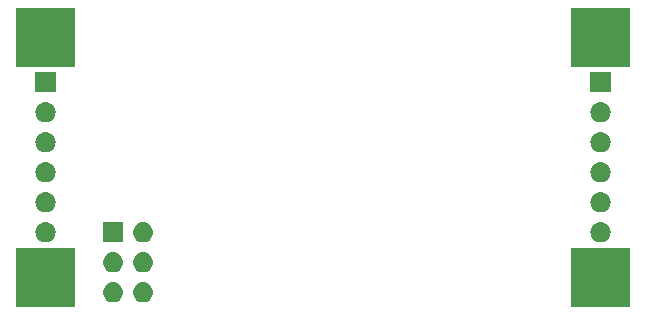
<source format=gbr>
G04 #@! TF.GenerationSoftware,KiCad,Pcbnew,(5.0.1)-3*
G04 #@! TF.CreationDate,2019-12-21T11:02:08-05:00*
G04 #@! TF.ProjectId,BMS Module,424D53204D6F64756C652E6B69636164,rev?*
G04 #@! TF.SameCoordinates,Original*
G04 #@! TF.FileFunction,Soldermask,Bot*
G04 #@! TF.FilePolarity,Negative*
%FSLAX46Y46*%
G04 Gerber Fmt 4.6, Leading zero omitted, Abs format (unit mm)*
G04 Created by KiCad (PCBNEW (5.0.1)-3) date 12/21/2019 11:02:08 AM*
%MOMM*%
%LPD*%
G01*
G04 APERTURE LIST*
%ADD10C,0.100000*%
G04 APERTURE END LIST*
D10*
G36*
X148550000Y-96480000D02*
X143550000Y-96480000D01*
X143550000Y-91480000D01*
X148550000Y-91480000D01*
X148550000Y-96480000D01*
X148550000Y-96480000D01*
G37*
G36*
X101560000Y-96480000D02*
X96560000Y-96480000D01*
X96560000Y-91480000D01*
X101560000Y-91480000D01*
X101560000Y-96480000D01*
X101560000Y-96480000D01*
G37*
G36*
X104941630Y-94412299D02*
X105101855Y-94460903D01*
X105249520Y-94539831D01*
X105378949Y-94646051D01*
X105485169Y-94775480D01*
X105564097Y-94923145D01*
X105612701Y-95083370D01*
X105629112Y-95250000D01*
X105612701Y-95416630D01*
X105564097Y-95576855D01*
X105485169Y-95724520D01*
X105378949Y-95853949D01*
X105249520Y-95960169D01*
X105101855Y-96039097D01*
X104941630Y-96087701D01*
X104816752Y-96100000D01*
X104733248Y-96100000D01*
X104608370Y-96087701D01*
X104448145Y-96039097D01*
X104300480Y-95960169D01*
X104171051Y-95853949D01*
X104064831Y-95724520D01*
X103985903Y-95576855D01*
X103937299Y-95416630D01*
X103920888Y-95250000D01*
X103937299Y-95083370D01*
X103985903Y-94923145D01*
X104064831Y-94775480D01*
X104171051Y-94646051D01*
X104300480Y-94539831D01*
X104448145Y-94460903D01*
X104608370Y-94412299D01*
X104733248Y-94400000D01*
X104816752Y-94400000D01*
X104941630Y-94412299D01*
X104941630Y-94412299D01*
G37*
G36*
X107481630Y-94412299D02*
X107641855Y-94460903D01*
X107789520Y-94539831D01*
X107918949Y-94646051D01*
X108025169Y-94775480D01*
X108104097Y-94923145D01*
X108152701Y-95083370D01*
X108169112Y-95250000D01*
X108152701Y-95416630D01*
X108104097Y-95576855D01*
X108025169Y-95724520D01*
X107918949Y-95853949D01*
X107789520Y-95960169D01*
X107641855Y-96039097D01*
X107481630Y-96087701D01*
X107356752Y-96100000D01*
X107273248Y-96100000D01*
X107148370Y-96087701D01*
X106988145Y-96039097D01*
X106840480Y-95960169D01*
X106711051Y-95853949D01*
X106604831Y-95724520D01*
X106525903Y-95576855D01*
X106477299Y-95416630D01*
X106460888Y-95250000D01*
X106477299Y-95083370D01*
X106525903Y-94923145D01*
X106604831Y-94775480D01*
X106711051Y-94646051D01*
X106840480Y-94539831D01*
X106988145Y-94460903D01*
X107148370Y-94412299D01*
X107273248Y-94400000D01*
X107356752Y-94400000D01*
X107481630Y-94412299D01*
X107481630Y-94412299D01*
G37*
G36*
X107481630Y-91872299D02*
X107641855Y-91920903D01*
X107789520Y-91999831D01*
X107918949Y-92106051D01*
X108025169Y-92235480D01*
X108104097Y-92383145D01*
X108152701Y-92543370D01*
X108169112Y-92710000D01*
X108152701Y-92876630D01*
X108104097Y-93036855D01*
X108025169Y-93184520D01*
X107918949Y-93313949D01*
X107789520Y-93420169D01*
X107641855Y-93499097D01*
X107481630Y-93547701D01*
X107356752Y-93560000D01*
X107273248Y-93560000D01*
X107148370Y-93547701D01*
X106988145Y-93499097D01*
X106840480Y-93420169D01*
X106711051Y-93313949D01*
X106604831Y-93184520D01*
X106525903Y-93036855D01*
X106477299Y-92876630D01*
X106460888Y-92710000D01*
X106477299Y-92543370D01*
X106525903Y-92383145D01*
X106604831Y-92235480D01*
X106711051Y-92106051D01*
X106840480Y-91999831D01*
X106988145Y-91920903D01*
X107148370Y-91872299D01*
X107273248Y-91860000D01*
X107356752Y-91860000D01*
X107481630Y-91872299D01*
X107481630Y-91872299D01*
G37*
G36*
X104941630Y-91872299D02*
X105101855Y-91920903D01*
X105249520Y-91999831D01*
X105378949Y-92106051D01*
X105485169Y-92235480D01*
X105564097Y-92383145D01*
X105612701Y-92543370D01*
X105629112Y-92710000D01*
X105612701Y-92876630D01*
X105564097Y-93036855D01*
X105485169Y-93184520D01*
X105378949Y-93313949D01*
X105249520Y-93420169D01*
X105101855Y-93499097D01*
X104941630Y-93547701D01*
X104816752Y-93560000D01*
X104733248Y-93560000D01*
X104608370Y-93547701D01*
X104448145Y-93499097D01*
X104300480Y-93420169D01*
X104171051Y-93313949D01*
X104064831Y-93184520D01*
X103985903Y-93036855D01*
X103937299Y-92876630D01*
X103920888Y-92710000D01*
X103937299Y-92543370D01*
X103985903Y-92383145D01*
X104064831Y-92235480D01*
X104171051Y-92106051D01*
X104300480Y-91999831D01*
X104448145Y-91920903D01*
X104608370Y-91872299D01*
X104733248Y-91860000D01*
X104816752Y-91860000D01*
X104941630Y-91872299D01*
X104941630Y-91872299D01*
G37*
G36*
X146216630Y-89332299D02*
X146376855Y-89380903D01*
X146524520Y-89459831D01*
X146653949Y-89566051D01*
X146760169Y-89695480D01*
X146839097Y-89843145D01*
X146887701Y-90003370D01*
X146904112Y-90170000D01*
X146887701Y-90336630D01*
X146839097Y-90496855D01*
X146760169Y-90644520D01*
X146653949Y-90773949D01*
X146524520Y-90880169D01*
X146376855Y-90959097D01*
X146216630Y-91007701D01*
X146091752Y-91020000D01*
X146008248Y-91020000D01*
X145883370Y-91007701D01*
X145723145Y-90959097D01*
X145575480Y-90880169D01*
X145446051Y-90773949D01*
X145339831Y-90644520D01*
X145260903Y-90496855D01*
X145212299Y-90336630D01*
X145195888Y-90170000D01*
X145212299Y-90003370D01*
X145260903Y-89843145D01*
X145339831Y-89695480D01*
X145446051Y-89566051D01*
X145575480Y-89459831D01*
X145723145Y-89380903D01*
X145883370Y-89332299D01*
X146008248Y-89320000D01*
X146091752Y-89320000D01*
X146216630Y-89332299D01*
X146216630Y-89332299D01*
G37*
G36*
X107481630Y-89332299D02*
X107641855Y-89380903D01*
X107789520Y-89459831D01*
X107918949Y-89566051D01*
X108025169Y-89695480D01*
X108104097Y-89843145D01*
X108152701Y-90003370D01*
X108169112Y-90170000D01*
X108152701Y-90336630D01*
X108104097Y-90496855D01*
X108025169Y-90644520D01*
X107918949Y-90773949D01*
X107789520Y-90880169D01*
X107641855Y-90959097D01*
X107481630Y-91007701D01*
X107356752Y-91020000D01*
X107273248Y-91020000D01*
X107148370Y-91007701D01*
X106988145Y-90959097D01*
X106840480Y-90880169D01*
X106711051Y-90773949D01*
X106604831Y-90644520D01*
X106525903Y-90496855D01*
X106477299Y-90336630D01*
X106460888Y-90170000D01*
X106477299Y-90003370D01*
X106525903Y-89843145D01*
X106604831Y-89695480D01*
X106711051Y-89566051D01*
X106840480Y-89459831D01*
X106988145Y-89380903D01*
X107148370Y-89332299D01*
X107273248Y-89320000D01*
X107356752Y-89320000D01*
X107481630Y-89332299D01*
X107481630Y-89332299D01*
G37*
G36*
X105625000Y-91020000D02*
X103925000Y-91020000D01*
X103925000Y-89320000D01*
X105625000Y-89320000D01*
X105625000Y-91020000D01*
X105625000Y-91020000D01*
G37*
G36*
X99226630Y-89332299D02*
X99386855Y-89380903D01*
X99534520Y-89459831D01*
X99663949Y-89566051D01*
X99770169Y-89695480D01*
X99849097Y-89843145D01*
X99897701Y-90003370D01*
X99914112Y-90170000D01*
X99897701Y-90336630D01*
X99849097Y-90496855D01*
X99770169Y-90644520D01*
X99663949Y-90773949D01*
X99534520Y-90880169D01*
X99386855Y-90959097D01*
X99226630Y-91007701D01*
X99101752Y-91020000D01*
X99018248Y-91020000D01*
X98893370Y-91007701D01*
X98733145Y-90959097D01*
X98585480Y-90880169D01*
X98456051Y-90773949D01*
X98349831Y-90644520D01*
X98270903Y-90496855D01*
X98222299Y-90336630D01*
X98205888Y-90170000D01*
X98222299Y-90003370D01*
X98270903Y-89843145D01*
X98349831Y-89695480D01*
X98456051Y-89566051D01*
X98585480Y-89459831D01*
X98733145Y-89380903D01*
X98893370Y-89332299D01*
X99018248Y-89320000D01*
X99101752Y-89320000D01*
X99226630Y-89332299D01*
X99226630Y-89332299D01*
G37*
G36*
X146216630Y-86792299D02*
X146376855Y-86840903D01*
X146524520Y-86919831D01*
X146653949Y-87026051D01*
X146760169Y-87155480D01*
X146839097Y-87303145D01*
X146887701Y-87463370D01*
X146904112Y-87630000D01*
X146887701Y-87796630D01*
X146839097Y-87956855D01*
X146760169Y-88104520D01*
X146653949Y-88233949D01*
X146524520Y-88340169D01*
X146376855Y-88419097D01*
X146216630Y-88467701D01*
X146091752Y-88480000D01*
X146008248Y-88480000D01*
X145883370Y-88467701D01*
X145723145Y-88419097D01*
X145575480Y-88340169D01*
X145446051Y-88233949D01*
X145339831Y-88104520D01*
X145260903Y-87956855D01*
X145212299Y-87796630D01*
X145195888Y-87630000D01*
X145212299Y-87463370D01*
X145260903Y-87303145D01*
X145339831Y-87155480D01*
X145446051Y-87026051D01*
X145575480Y-86919831D01*
X145723145Y-86840903D01*
X145883370Y-86792299D01*
X146008248Y-86780000D01*
X146091752Y-86780000D01*
X146216630Y-86792299D01*
X146216630Y-86792299D01*
G37*
G36*
X99226630Y-86792299D02*
X99386855Y-86840903D01*
X99534520Y-86919831D01*
X99663949Y-87026051D01*
X99770169Y-87155480D01*
X99849097Y-87303145D01*
X99897701Y-87463370D01*
X99914112Y-87630000D01*
X99897701Y-87796630D01*
X99849097Y-87956855D01*
X99770169Y-88104520D01*
X99663949Y-88233949D01*
X99534520Y-88340169D01*
X99386855Y-88419097D01*
X99226630Y-88467701D01*
X99101752Y-88480000D01*
X99018248Y-88480000D01*
X98893370Y-88467701D01*
X98733145Y-88419097D01*
X98585480Y-88340169D01*
X98456051Y-88233949D01*
X98349831Y-88104520D01*
X98270903Y-87956855D01*
X98222299Y-87796630D01*
X98205888Y-87630000D01*
X98222299Y-87463370D01*
X98270903Y-87303145D01*
X98349831Y-87155480D01*
X98456051Y-87026051D01*
X98585480Y-86919831D01*
X98733145Y-86840903D01*
X98893370Y-86792299D01*
X99018248Y-86780000D01*
X99101752Y-86780000D01*
X99226630Y-86792299D01*
X99226630Y-86792299D01*
G37*
G36*
X146216630Y-84252299D02*
X146376855Y-84300903D01*
X146524520Y-84379831D01*
X146653949Y-84486051D01*
X146760169Y-84615480D01*
X146839097Y-84763145D01*
X146887701Y-84923370D01*
X146904112Y-85090000D01*
X146887701Y-85256630D01*
X146839097Y-85416855D01*
X146760169Y-85564520D01*
X146653949Y-85693949D01*
X146524520Y-85800169D01*
X146376855Y-85879097D01*
X146216630Y-85927701D01*
X146091752Y-85940000D01*
X146008248Y-85940000D01*
X145883370Y-85927701D01*
X145723145Y-85879097D01*
X145575480Y-85800169D01*
X145446051Y-85693949D01*
X145339831Y-85564520D01*
X145260903Y-85416855D01*
X145212299Y-85256630D01*
X145195888Y-85090000D01*
X145212299Y-84923370D01*
X145260903Y-84763145D01*
X145339831Y-84615480D01*
X145446051Y-84486051D01*
X145575480Y-84379831D01*
X145723145Y-84300903D01*
X145883370Y-84252299D01*
X146008248Y-84240000D01*
X146091752Y-84240000D01*
X146216630Y-84252299D01*
X146216630Y-84252299D01*
G37*
G36*
X99226630Y-84252299D02*
X99386855Y-84300903D01*
X99534520Y-84379831D01*
X99663949Y-84486051D01*
X99770169Y-84615480D01*
X99849097Y-84763145D01*
X99897701Y-84923370D01*
X99914112Y-85090000D01*
X99897701Y-85256630D01*
X99849097Y-85416855D01*
X99770169Y-85564520D01*
X99663949Y-85693949D01*
X99534520Y-85800169D01*
X99386855Y-85879097D01*
X99226630Y-85927701D01*
X99101752Y-85940000D01*
X99018248Y-85940000D01*
X98893370Y-85927701D01*
X98733145Y-85879097D01*
X98585480Y-85800169D01*
X98456051Y-85693949D01*
X98349831Y-85564520D01*
X98270903Y-85416855D01*
X98222299Y-85256630D01*
X98205888Y-85090000D01*
X98222299Y-84923370D01*
X98270903Y-84763145D01*
X98349831Y-84615480D01*
X98456051Y-84486051D01*
X98585480Y-84379831D01*
X98733145Y-84300903D01*
X98893370Y-84252299D01*
X99018248Y-84240000D01*
X99101752Y-84240000D01*
X99226630Y-84252299D01*
X99226630Y-84252299D01*
G37*
G36*
X146216630Y-81712299D02*
X146376855Y-81760903D01*
X146524520Y-81839831D01*
X146653949Y-81946051D01*
X146760169Y-82075480D01*
X146839097Y-82223145D01*
X146887701Y-82383370D01*
X146904112Y-82550000D01*
X146887701Y-82716630D01*
X146839097Y-82876855D01*
X146760169Y-83024520D01*
X146653949Y-83153949D01*
X146524520Y-83260169D01*
X146376855Y-83339097D01*
X146216630Y-83387701D01*
X146091752Y-83400000D01*
X146008248Y-83400000D01*
X145883370Y-83387701D01*
X145723145Y-83339097D01*
X145575480Y-83260169D01*
X145446051Y-83153949D01*
X145339831Y-83024520D01*
X145260903Y-82876855D01*
X145212299Y-82716630D01*
X145195888Y-82550000D01*
X145212299Y-82383370D01*
X145260903Y-82223145D01*
X145339831Y-82075480D01*
X145446051Y-81946051D01*
X145575480Y-81839831D01*
X145723145Y-81760903D01*
X145883370Y-81712299D01*
X146008248Y-81700000D01*
X146091752Y-81700000D01*
X146216630Y-81712299D01*
X146216630Y-81712299D01*
G37*
G36*
X99226630Y-81712299D02*
X99386855Y-81760903D01*
X99534520Y-81839831D01*
X99663949Y-81946051D01*
X99770169Y-82075480D01*
X99849097Y-82223145D01*
X99897701Y-82383370D01*
X99914112Y-82550000D01*
X99897701Y-82716630D01*
X99849097Y-82876855D01*
X99770169Y-83024520D01*
X99663949Y-83153949D01*
X99534520Y-83260169D01*
X99386855Y-83339097D01*
X99226630Y-83387701D01*
X99101752Y-83400000D01*
X99018248Y-83400000D01*
X98893370Y-83387701D01*
X98733145Y-83339097D01*
X98585480Y-83260169D01*
X98456051Y-83153949D01*
X98349831Y-83024520D01*
X98270903Y-82876855D01*
X98222299Y-82716630D01*
X98205888Y-82550000D01*
X98222299Y-82383370D01*
X98270903Y-82223145D01*
X98349831Y-82075480D01*
X98456051Y-81946051D01*
X98585480Y-81839831D01*
X98733145Y-81760903D01*
X98893370Y-81712299D01*
X99018248Y-81700000D01*
X99101752Y-81700000D01*
X99226630Y-81712299D01*
X99226630Y-81712299D01*
G37*
G36*
X99226630Y-79172299D02*
X99386855Y-79220903D01*
X99534520Y-79299831D01*
X99663949Y-79406051D01*
X99770169Y-79535480D01*
X99849097Y-79683145D01*
X99897701Y-79843370D01*
X99914112Y-80010000D01*
X99897701Y-80176630D01*
X99849097Y-80336855D01*
X99770169Y-80484520D01*
X99663949Y-80613949D01*
X99534520Y-80720169D01*
X99386855Y-80799097D01*
X99226630Y-80847701D01*
X99101752Y-80860000D01*
X99018248Y-80860000D01*
X98893370Y-80847701D01*
X98733145Y-80799097D01*
X98585480Y-80720169D01*
X98456051Y-80613949D01*
X98349831Y-80484520D01*
X98270903Y-80336855D01*
X98222299Y-80176630D01*
X98205888Y-80010000D01*
X98222299Y-79843370D01*
X98270903Y-79683145D01*
X98349831Y-79535480D01*
X98456051Y-79406051D01*
X98585480Y-79299831D01*
X98733145Y-79220903D01*
X98893370Y-79172299D01*
X99018248Y-79160000D01*
X99101752Y-79160000D01*
X99226630Y-79172299D01*
X99226630Y-79172299D01*
G37*
G36*
X146216630Y-79172299D02*
X146376855Y-79220903D01*
X146524520Y-79299831D01*
X146653949Y-79406051D01*
X146760169Y-79535480D01*
X146839097Y-79683145D01*
X146887701Y-79843370D01*
X146904112Y-80010000D01*
X146887701Y-80176630D01*
X146839097Y-80336855D01*
X146760169Y-80484520D01*
X146653949Y-80613949D01*
X146524520Y-80720169D01*
X146376855Y-80799097D01*
X146216630Y-80847701D01*
X146091752Y-80860000D01*
X146008248Y-80860000D01*
X145883370Y-80847701D01*
X145723145Y-80799097D01*
X145575480Y-80720169D01*
X145446051Y-80613949D01*
X145339831Y-80484520D01*
X145260903Y-80336855D01*
X145212299Y-80176630D01*
X145195888Y-80010000D01*
X145212299Y-79843370D01*
X145260903Y-79683145D01*
X145339831Y-79535480D01*
X145446051Y-79406051D01*
X145575480Y-79299831D01*
X145723145Y-79220903D01*
X145883370Y-79172299D01*
X146008248Y-79160000D01*
X146091752Y-79160000D01*
X146216630Y-79172299D01*
X146216630Y-79172299D01*
G37*
G36*
X99910000Y-78320000D02*
X98210000Y-78320000D01*
X98210000Y-76620000D01*
X99910000Y-76620000D01*
X99910000Y-78320000D01*
X99910000Y-78320000D01*
G37*
G36*
X146900000Y-78320000D02*
X145200000Y-78320000D01*
X145200000Y-76620000D01*
X146900000Y-76620000D01*
X146900000Y-78320000D01*
X146900000Y-78320000D01*
G37*
G36*
X148550000Y-76160000D02*
X143550000Y-76160000D01*
X143550000Y-71160000D01*
X148550000Y-71160000D01*
X148550000Y-76160000D01*
X148550000Y-76160000D01*
G37*
G36*
X101560000Y-76160000D02*
X96560000Y-76160000D01*
X96560000Y-71160000D01*
X101560000Y-71160000D01*
X101560000Y-76160000D01*
X101560000Y-76160000D01*
G37*
M02*

</source>
